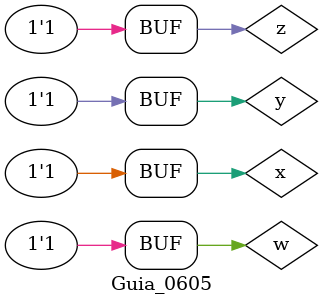
<source format=v>
/*
	Nome: Tulio Gomes Braga
	Matricula: 802512
*/

module normal(output s1, input x, input y, input w, input z);
    assign s1 = (~(~y|w|~x) & ~(y&~w&x)) | ~((y&w&z)|~x);
endmodule

module simplificada(output s2, input x, input y, input w, input z);
    assign s2 = x|y & x|~y & ~y|~w|~z;
endmodule



module Guia_0605;

	reg x, y, w, z;
	wire s1, s2;
	
	normal n (s1, x,y,w,z);
    simplificada s (s2,x,y,w,z);

	initial	begin : main

    	$display("   x    y    w    z    s1   s2");

		$monitor("%4b %4b %4b %4b %4b %4b", x, y, w, z, s1, s2);

		x = 1'b0; y = 1'b0; w = 1'b0; z = 1'b0; 
		#1

		x = 1'b0; y = 1'b0; w = 1'b0; z = 1'b1;
		#1

    	x = 1'b0; y = 1'b0; w = 1'b1; z = 1'b0;
		#1

    	x = 1'b0; y = 1'b0; w = 1'b1; z = 1'b1;
		#1

   		x = 1'b0; y = 1'b1; w = 1'b0; z = 1'b0;
		#1

   		x = 1'b0; y = 1'b1; w = 1'b0; z = 1'b1;
		#1

   		x = 1'b0; y = 1'b1; w = 1'b1; z = 1'b0;
		#1

    	x = 1'b0; y = 1'b1; w = 1'b1; z = 1'b1;
		#1

   		x = 1'b1; y = 1'b0; w = 1'b0; z = 1'b0;
		#1

   		x = 1'b1; y = 1'b0; w = 1'b0; z = 1'b1;
		#1

    	x = 1'b1; y = 1'b0; w = 1'b1; z = 1'b0;
		#1

    	x = 1'b1; y = 1'b0; w = 1'b1; z = 1'b1;
		#1

    	x = 1'b1; y = 1'b1; w = 1'b0; z = 1'b0;
		#1

    	x = 1'b1; y = 1'b1; w = 1'b0; z = 1'b1;
		#1

    	x = 1'b1; y = 1'b1; w = 1'b1; z = 1'b0;
    	#1

   		x = 1'b1; y = 1'b1; w = 1'b1; z = 1'b1;
  	end
endmodule 




/*
Saida do Programa:
PS C:\Users\Túlio\Documents\Faculdade\2º Semestre\Arquitetura de Computadores I\Tarefas> iverilog -o  guia .\Guia_0606.v
PS C:\Users\Túlio\Documents\Faculdade\2º Semestre\Arquitetura de Computadores I\Tarefas> vvp guia
   x    y    w    z    s1   s2
   0    0    0    0    0    1
   0    0    0    1    0    1
   0    0    1    0    0    1
   0    0    1    1    0    1
   0    1    0    0    0    1
   0    1    0    1    0    1
   0    1    1    0    0    1
   0    1    1    1    0    0
   1    0    0    0    1    1
   1    0    0    1    1    1
   1    0    1    0    1    1
   1    0    1    1    1    1
   1    1    0    0    1    1
   1    1    0    1    1    1
   1    1    1    0    1    1
   1    1    1    1    0    1
*/
</source>
